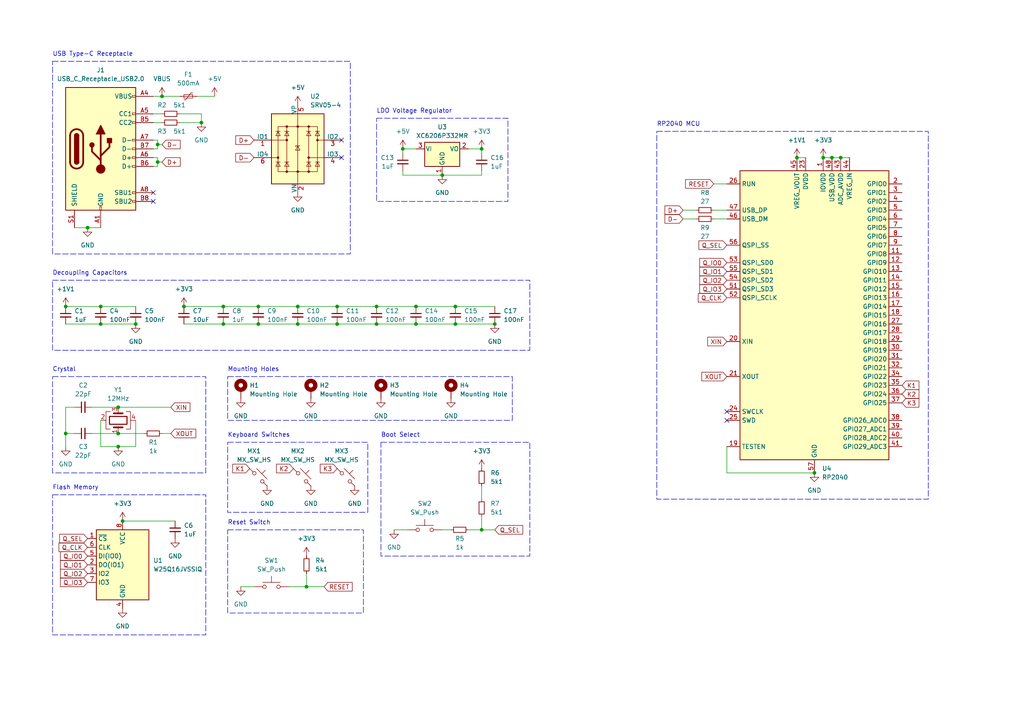
<source format=kicad_sch>
(kicad_sch (version 20230121) (generator eeschema)
  (paper "A4")
  (title_block (title "Minoripad") (date "2024-01-13") (rev "2"))
  (lib_symbols
    (symbol "Connector:USB_C_Receptacle_USB2.0" (pin_names (offset 1.016))
      (property "Reference" "J" (at -10.16 19.05 0))
      (property "Value" "USB_C_Receptacle_USB2.0" (at 19.05 19.05 0))
      (symbol "USB_C_Receptacle_USB2.0_0_0"
        (rectangle (start -0.254 -17.78) (end 0.254 -16.764))
        (rectangle (start 10.16 -14.986) (end 9.144 -15.494))
        (rectangle (start 10.16 -12.446) (end 9.144 -12.954))
        (rectangle (start 10.16 -4.826) (end 9.144 -5.334))
        (rectangle (start 10.16 -2.286) (end 9.144 -2.794))
        (rectangle (start 10.16 0.254) (end 9.144 -0.254))
        (rectangle (start 10.16 2.794) (end 9.144 2.286))
        (rectangle (start 10.16 7.874) (end 9.144 7.366))
        (rectangle (start 10.16 10.414) (end 9.144 9.906))
        (rectangle (start 10.16 15.494) (end 9.144 14.986))
      )
      (symbol "USB_C_Receptacle_USB2.0_0_1"
        (rectangle (start -10.16 17.78) (end 10.16 -17.78) (stroke (width 0.254)) (fill (type background)))
        (arc (start -8.89 -3.81) (mid -6.985 -5.7067) (end -5.08 -3.81) (stroke (width 0.508)))
        (arc (start -7.62 -3.81) (mid -6.985 -4.4423) (end -6.35 -3.81) (stroke (width 0.254)))
        (arc (start -7.62 -3.81) (mid -6.985 -4.4423) (end -6.35 -3.81) (stroke (width 0.254)) (fill (type outline)))
        (rectangle (start -7.62 -3.81) (end -6.35 3.81) (stroke (width 0.254)) (fill (type outline)))
        (arc (start -6.35 3.81) (mid -6.985 4.4423) (end -7.62 3.81) (stroke (width 0.254)))
        (arc (start -6.35 3.81) (mid -6.985 4.4423) (end -7.62 3.81) (stroke (width 0.254)) (fill (type outline)))
        (arc (start -5.08 3.81) (mid -6.985 5.7067) (end -8.89 3.81) (stroke (width 0.508)))
        (circle (center -2.54 1.143) (radius 0.635) (stroke (width 0.254)) (fill (type outline)))
        (circle (center 0 -5.842) (radius 1.27) (fill (type outline)))
        (polyline (pts (xy -8.89 -3.81) (xy -8.89 3.81)) (stroke (width 0.508)))
        (polyline (pts (xy -5.08 3.81) (xy -5.08 -3.81)) (stroke (width 0.508)))
        (polyline (pts (xy 0 -5.842) (xy 0 4.318)) (stroke (width 0.508)))
        (polyline (pts (xy 0 -3.302) (xy -2.54 -0.762) (xy -2.54 0.508)) (stroke (width 0.508)))
        (polyline (pts (xy 0 -2.032) (xy 2.54 0.508) (xy 2.54 1.778)) (stroke (width 0.508)))
        (polyline (pts (xy -1.27 4.318) (xy 0 6.858) (xy 1.27 4.318) (xy -1.27 4.318)) (stroke (width 0.254)) (fill (type outline)))
        (rectangle (start 1.905 1.778) (end 3.175 3.048) (stroke (width 0.254)) (fill (type outline)))
      )
      (symbol "USB_C_Receptacle_USB2.0_1_1"
        (pin passive line (at 0 -22.86 90) (length 5.08) (name "GND") (number "A1"))
        (pin passive line (at 0 -22.86 90) (length 5.08) hide (name "GND") (number "A12"))
        (pin passive line (at 15.24 15.24 180) (length 5.08) (name "VBUS") (number "A4"))
        (pin bidirectional line (at 15.24 10.16 180) (length 5.08) (name "CC1") (number "A5"))
        (pin bidirectional line (at 15.24 -2.54 180) (length 5.08) (name "D+") (number "A6"))
        (pin bidirectional line (at 15.24 2.54 180) (length 5.08) (name "D-") (number "A7"))
        (pin bidirectional line (at 15.24 -12.7 180) (length 5.08) (name "SBU1") (number "A8"))
        (pin passive line (at 15.24 15.24 180) (length 5.08) hide (name "VBUS") (number "A9"))
        (pin passive line (at 0 -22.86 90) (length 5.08) hide (name "GND") (number "B1"))
        (pin passive line (at 0 -22.86 90) (length 5.08) hide (name "GND") (number "B12"))
        (pin passive line (at 15.24 15.24 180) (length 5.08) hide (name "VBUS") (number "B4"))
        (pin bidirectional line (at 15.24 7.62 180) (length 5.08) (name "CC2") (number "B5"))
        (pin bidirectional line (at 15.24 -5.08 180) (length 5.08) (name "D+") (number "B6"))
        (pin bidirectional line (at 15.24 0 180) (length 5.08) (name "D-") (number "B7"))
        (pin bidirectional line (at 15.24 -15.24 180) (length 5.08) (name "SBU2") (number "B8"))
        (pin passive line (at 15.24 15.24 180) (length 5.08) hide (name "VBUS") (number "B9"))
        (pin passive line (at -7.62 -22.86 90) (length 5.08) (name "SHIELD") (number "S1"))
      )
    )
    (symbol "Device:C_Small" (pin_numbers hide) (pin_names (offset 0.254) hide)
      (property "Reference" "C" (at 0.254 1.778 0))
      (property "Value" "C_Small" (at 0.254 -2.032 0))
      (symbol "C_Small_0_1"
        (polyline (pts (xy -1.524 -0.508) (xy 1.524 -0.508)) (stroke (width 0.3302)))
        (polyline (pts (xy -1.524 0.508) (xy 1.524 0.508)) (stroke (width 0.3048)))
      )
      (symbol "C_Small_1_1"
        (pin passive line (at 0 2.54 270) (length 2.032) (name "~") (number "1"))
        (pin passive line (at 0 -2.54 90) (length 2.032) (name "~") (number "2"))
      )
    )
    (symbol "Device:Crystal_GND24" (pin_names (offset 1.016) hide)
      (property "Reference" "Y" (at 3.175 5.08 0))
      (property "Value" "Crystal_GND24" (at 3.175 3.175 0))
      (symbol "Crystal_GND24_0_1"
        (rectangle (start -1.143 2.54) (end 1.143 -2.54) (stroke (width 0.3048)))
        (polyline (pts (xy -2.54 0) (xy -2.032 0)))
        (polyline (pts (xy -2.032 -1.27) (xy -2.032 1.27)) (stroke (width 0.508)))
        (polyline (pts (xy 0 -3.81) (xy 0 -3.556)))
        (polyline (pts (xy 0 3.556) (xy 0 3.81)))
        (polyline (pts (xy 2.032 -1.27) (xy 2.032 1.27)) (stroke (width 0.508)))
        (polyline (pts (xy 2.032 0) (xy 2.54 0)))
        (polyline (pts (xy -2.54 -2.286) (xy -2.54 -3.556) (xy 2.54 -3.556) (xy 2.54 -2.286)))
        (polyline (pts (xy -2.54 2.286) (xy -2.54 3.556) (xy 2.54 3.556) (xy 2.54 2.286)))
      )
      (symbol "Crystal_GND24_1_1"
        (pin passive line (at -3.81 0 0) (length 1.27) (name "1") (number "1"))
        (pin passive line (at 0 5.08 270) (length 1.27) (name "2") (number "2"))
        (pin passive line (at 3.81 0 180) (length 1.27) (name "3") (number "3"))
        (pin passive line (at 0 -5.08 90) (length 1.27) (name "4") (number "4"))
      )
    )
    (symbol "Device:Polyfuse_Small" (pin_numbers hide) (pin_names (offset 0))
      (property "Reference" "F" (at -1.905 0 90))
      (property "Value" "Polyfuse_Small" (at 1.905 0 90))
      (symbol "Polyfuse_Small_0_1"
        (rectangle (start -0.508 1.27) (end 0.508 -1.27))
        (polyline (pts (xy 0 2.54) (xy 0 -2.54)))
        (polyline (pts (xy -1.016 1.27) (xy -1.016 0.762) (xy 1.016 -0.762) (xy 1.016 -1.27)))
      )
      (symbol "Polyfuse_Small_1_1"
        (pin passive line (at 0 2.54 270) (length 0.635) (name "~") (number "1"))
        (pin passive line (at 0 -2.54 90) (length 0.635) (name "~") (number "2"))
      )
    )
    (symbol "Device:R_Small" (pin_numbers hide) (pin_names (offset 0.254) hide)
      (property "Reference" "R" (at 0.762 0.508 0))
      (property "Value" "R_Small" (at 0.762 -1.016 0))
      (symbol "R_Small_0_1"
        (rectangle (start -0.762 1.778) (end 0.762 -1.778) (stroke (width 0.2032)))
      )
      (symbol "R_Small_1_1"
        (pin passive line (at 0 2.54 270) (length 0.762) (name "~") (number "1"))
        (pin passive line (at 0 -2.54 90) (length 0.762) (name "~") (number "2"))
      )
    )
    (symbol "MCU_RaspberryPi:RP2040"
      (property "Reference" "U" (at 17.78 45.72 0))
      (property "Value" "RP2040" (at 17.78 43.18 0))
      (symbol "RP2040_0_1"
        (rectangle (start -21.59 41.91) (end 21.59 -41.91) (stroke (width 0.254)) (fill (type background)))
      )
      (symbol "RP2040_1_1"
        (pin power_in line (at 2.54 45.72 270) (length 3.81) (name "IOVDD") (number "1"))
        (pin passive line (at 2.54 45.72 270) (length 3.81) hide (name "IOVDD") (number "10"))
        (pin bidirectional line (at 25.4 17.78 180) (length 3.81) (name "GPIO8") (number "11"))
        (pin bidirectional line (at 25.4 15.24 180) (length 3.81) (name "GPIO9") (number "12"))
        (pin bidirectional line (at 25.4 12.7 180) (length 3.81) (name "GPIO10") (number "13"))
        (pin bidirectional line (at 25.4 10.16 180) (length 3.81) (name "GPIO11") (number "14"))
        (pin bidirectional line (at 25.4 7.62 180) (length 3.81) (name "GPIO12") (number "15"))
        (pin bidirectional line (at 25.4 5.08 180) (length 3.81) (name "GPIO13") (number "16"))
        (pin bidirectional line (at 25.4 2.54 180) (length 3.81) (name "GPIO14") (number "17"))
        (pin bidirectional line (at 25.4 0 180) (length 3.81) (name "GPIO15") (number "18"))
        (pin input line (at -25.4 -38.1 0) (length 3.81) (name "TESTEN") (number "19"))
        (pin bidirectional line (at 25.4 38.1 180) (length 3.81) (name "GPIO0") (number "2"))
        (pin input line (at -25.4 -7.62 0) (length 3.81) (name "XIN") (number "20"))
        (pin passive line (at -25.4 -17.78 0) (length 3.81) (name "XOUT") (number "21"))
        (pin passive line (at 2.54 45.72 270) (length 3.81) hide (name "IOVDD") (number "22"))
        (pin power_in line (at -2.54 45.72 270) (length 3.81) (name "DVDD") (number "23"))
        (pin input line (at -25.4 -27.94 0) (length 3.81) (name "SWCLK") (number "24"))
        (pin bidirectional line (at -25.4 -30.48 0) (length 3.81) (name "SWD") (number "25"))
        (pin input line (at -25.4 38.1 0) (length 3.81) (name "RUN") (number "26"))
        (pin bidirectional line (at 25.4 -2.54 180) (length 3.81) (name "GPIO16") (number "27"))
        (pin bidirectional line (at 25.4 -5.08 180) (length 3.81) (name "GPIO17") (number "28"))
        (pin bidirectional line (at 25.4 -7.62 180) (length 3.81) (name "GPIO18") (number "29"))
        (pin bidirectional line (at 25.4 35.56 180) (length 3.81) (name "GPIO1") (number "3"))
        (pin bidirectional line (at 25.4 -10.16 180) (length 3.81) (name "GPIO19") (number "30"))
        (pin bidirectional line (at 25.4 -12.7 180) (length 3.81) (name "GPIO20") (number "31"))
        (pin bidirectional line (at 25.4 -15.24 180) (length 3.81) (name "GPIO21") (number "32"))
        (pin passive line (at 2.54 45.72 270) (length 3.81) hide (name "IOVDD") (number "33"))
        (pin bidirectional line (at 25.4 -17.78 180) (length 3.81) (name "GPIO22") (number "34"))
        (pin bidirectional line (at 25.4 -20.32 180) (length 3.81) (name "GPIO23") (number "35"))
        (pin bidirectional line (at 25.4 -22.86 180) (length 3.81) (name "GPIO24") (number "36"))
        (pin bidirectional line (at 25.4 -25.4 180) (length 3.81) (name "GPIO25") (number "37"))
        (pin bidirectional line (at 25.4 -30.48 180) (length 3.81) (name "GPIO26_ADC0") (number "38"))
        (pin bidirectional line (at 25.4 -33.02 180) (length 3.81) (name "GPIO27_ADC1") (number "39"))
        (pin bidirectional line (at 25.4 33.02 180) (length 3.81) (name "GPIO2") (number "4"))
        (pin bidirectional line (at 25.4 -35.56 180) (length 3.81) (name "GPIO28_ADC2") (number "40"))
        (pin bidirectional line (at 25.4 -38.1 180) (length 3.81) (name "GPIO29_ADC3") (number "41"))
        (pin passive line (at 2.54 45.72 270) (length 3.81) hide (name "IOVDD") (number "42"))
        (pin power_in line (at 7.62 45.72 270) (length 3.81) (name "ADC_AVDD") (number "43"))
        (pin power_in line (at 10.16 45.72 270) (length 3.81) (name "VREG_IN") (number "44"))
        (pin power_out line (at -5.08 45.72 270) (length 3.81) (name "VREG_VOUT") (number "45"))
        (pin bidirectional line (at -25.4 27.94 0) (length 3.81) (name "USB_DM") (number "46"))
        (pin bidirectional line (at -25.4 30.48 0) (length 3.81) (name "USB_DP") (number "47"))
        (pin power_in line (at 5.08 45.72 270) (length 3.81) (name "USB_VDD") (number "48"))
        (pin passive line (at 2.54 45.72 270) (length 3.81) hide (name "IOVDD") (number "49"))
        (pin bidirectional line (at 25.4 30.48 180) (length 3.81) (name "GPIO3") (number "5"))
        (pin passive line (at -2.54 45.72 270) (length 3.81) hide (name "DVDD") (number "50"))
        (pin bidirectional line (at -25.4 7.62 0) (length 3.81) (name "QSPI_SD3") (number "51"))
        (pin output line (at -25.4 5.08 0) (length 3.81) (name "QSPI_SCLK") (number "52"))
        (pin bidirectional line (at -25.4 15.24 0) (length 3.81) (name "QSPI_SD0") (number "53"))
        (pin bidirectional line (at -25.4 10.16 0) (length 3.81) (name "QSPI_SD2") (number "54"))
        (pin bidirectional line (at -25.4 12.7 0) (length 3.81) (name "QSPI_SD1") (number "55"))
        (pin bidirectional line (at -25.4 20.32 0) (length 3.81) (name "QSPI_SS") (number "56"))
        (pin power_in line (at 0 -45.72 90) (length 3.81) (name "GND") (number "57"))
        (pin bidirectional line (at 25.4 27.94 180) (length 3.81) (name "GPIO4") (number "6"))
        (pin bidirectional line (at 25.4 25.4 180) (length 3.81) (name "GPIO5") (number "7"))
        (pin bidirectional line (at 25.4 22.86 180) (length 3.81) (name "GPIO6") (number "8"))
        (pin bidirectional line (at 25.4 20.32 180) (length 3.81) (name "GPIO7") (number "9"))
      )
    )
    (symbol "Mechanical:MountingHole_Pad" (pin_numbers hide) (pin_names (offset 1.016) hide)
      (property "Reference" "H" (at 0 6.35 0))
      (property "Value" "MountingHole_Pad" (at 0 4.445 0))
      (symbol "MountingHole_Pad_0_1"
        (circle (center 0 1.27) (radius 1.27) (stroke (width 1.27)))
      )
      (symbol "MountingHole_Pad_1_1"
        (pin input line (at 0 -2.54 90) (length 2.54) (name "1") (number "1"))
      )
    )
    (symbol "Memory_Flash:W25Q128JVS"
      (property "Reference" "U" (at -8.89 8.89 0))
      (property "Value" "W25Q128JVS" (at 7.62 8.89 0))
      (symbol "W25Q128JVS_0_1"
        (rectangle (start -7.62 10.16) (end 7.62 -10.16) (stroke (width 0.254)) (fill (type background)))
      )
      (symbol "W25Q128JVS_1_1"
        (pin input line (at -10.16 7.62 0) (length 2.54) (name "~{CS}") (number "1"))
        (pin bidirectional line (at -10.16 0 0) (length 2.54) (name "DO(IO1)") (number "2"))
        (pin bidirectional line (at -10.16 -2.54 0) (length 2.54) (name "IO2") (number "3"))
        (pin power_in line (at 0 -12.7 90) (length 2.54) (name "GND") (number "4"))
        (pin bidirectional line (at -10.16 2.54 0) (length 2.54) (name "DI(IO0)") (number "5"))
        (pin input line (at -10.16 5.08 0) (length 2.54) (name "CLK") (number "6"))
        (pin bidirectional line (at -10.16 -5.08 0) (length 2.54) (name "IO3") (number "7"))
        (pin power_in line (at 0 12.7 270) (length 2.54) (name "VCC") (number "8"))
      )
    )
    (symbol "PCM_marbastlib-mx:MX_SW_HS" (pin_numbers hide) (pin_names (offset 1.016) hide)
      (property "Reference" "MX" (at 3.048 1.016 0))
      (property "Value" "MX_SW_HS" (at 0 -3.81 0))
      (symbol "MX_SW_HS_0_1"
        (circle (center -1.1684 1.1684) (radius 0.508))
        (polyline (pts (xy -0.508 2.54) (xy 2.54 -0.508)))
        (polyline (pts (xy 1.016 1.016) (xy 2.032 2.032)))
        (polyline (pts (xy -2.54 2.54) (xy -1.524 1.524) (xy -1.524 1.524)))
        (polyline (pts (xy 1.524 -1.524) (xy 2.54 -2.54) (xy 2.54 -2.54) (xy 2.54 -2.54)))
        (circle (center 1.143 -1.1938) (radius 0.508))
        (pin passive line (at -2.54 2.54 0) (length 0) (name "1") (number "1"))
        (pin passive line (at 2.54 -2.54 180) (length 0) (name "2") (number "2"))
      )
    )
    (symbol "PCM_marbastlib-various:SRV05-4" (pin_names (offset 0))
      (property "Reference" "U" (at -5.08 11.43 0))
      (property "Value" "SRV05-4" (at 2.54 11.43 0))
      (symbol "SRV05-4_0_0"
        (rectangle (start -5.715 6.477) (end 5.715 -6.604))
        (polyline (pts (xy -3.175 -6.604) (xy -3.175 6.477)))
        (polyline (pts (xy 3.175 6.477) (xy 3.175 -6.604)))
      )
      (symbol "SRV05-4_0_1"
        (rectangle (start -7.62 10.16) (end 7.62 -10.16) (stroke (width 0.254)) (fill (type background)))
        (circle (center -5.715 -2.54) (radius 0.2794) (fill (type outline)))
        (circle (center -3.175 -6.604) (radius 0.2794) (fill (type outline)))
        (circle (center -3.175 2.54) (radius 0.2794) (fill (type outline)))
        (circle (center -3.175 6.477) (radius 0.2794) (fill (type outline)))
        (circle (center 0 -6.604) (radius 0.2794) (fill (type outline)))
        (polyline (pts (xy -7.747 2.54) (xy -3.175 2.54)))
        (polyline (pts (xy -7.62 -2.54) (xy -5.715 -2.54)))
        (polyline (pts (xy -5.08 -3.81) (xy -6.35 -3.81)))
        (polyline (pts (xy -5.08 5.08) (xy -6.35 5.08)))
        (polyline (pts (xy -2.54 -3.81) (xy -3.81 -3.81)))
        (polyline (pts (xy -2.54 5.08) (xy -3.81 5.08)))
        (polyline (pts (xy 0 10.16) (xy 0 -10.16)))
        (polyline (pts (xy 3.81 -3.81) (xy 2.54 -3.81)))
        (polyline (pts (xy 3.81 5.08) (xy 2.54 5.08)))
        (polyline (pts (xy 6.35 -3.81) (xy 5.08 -3.81)))
        (polyline (pts (xy 6.35 5.08) (xy 5.08 5.08)))
        (polyline (pts (xy 7.62 -2.54) (xy 3.175 -2.54)))
        (polyline (pts (xy 7.62 2.54) (xy 5.715 2.54)))
        (polyline (pts (xy 0.635 0.889) (xy -0.635 0.889) (xy -0.635 0.635)))
        (polyline (pts (xy -5.08 -5.08) (xy -6.35 -5.08) (xy -5.715 -3.81) (xy -5.08 -5.08)))
        (polyline (pts (xy -5.08 3.81) (xy -6.35 3.81) (xy -5.715 5.08) (xy -5.08 3.81)))
        (polyline (pts (xy -2.54 -5.08) (xy -3.81 -5.08) (xy -3.175 -3.81) (xy -2.54 -5.08)))
        (polyline (pts (xy -2.54 3.81) (xy -3.81 3.81) (xy -3.175 5.08) (xy -2.54 3.81)))
        (polyline (pts (xy 0.635 -0.381) (xy -0.635 -0.381) (xy 0 0.889) (xy 0.635 -0.381)))
        (polyline (pts (xy 3.81 -5.08) (xy 2.54 -5.08) (xy 3.175 -3.81) (xy 3.81 -5.08)))
        (polyline (pts (xy 3.81 3.81) (xy 2.54 3.81) (xy 3.175 5.08) (xy 3.81 3.81)))
        (polyline (pts (xy 6.35 -5.08) (xy 5.08 -5.08) (xy 5.715 -3.81) (xy 6.35 -5.08)))
        (polyline (pts (xy 6.35 3.81) (xy 5.08 3.81) (xy 5.715 5.08) (xy 6.35 3.81)))
        (circle (center 0 6.477) (radius 0.2794) (fill (type outline)))
        (circle (center 3.175 -6.604) (radius 0.2794) (fill (type outline)))
        (circle (center 3.175 -2.54) (radius 0.2794) (fill (type outline)))
        (circle (center 3.175 6.477) (radius 0.2794) (fill (type outline)))
        (circle (center 5.715 2.54) (radius 0.2794) (fill (type outline)))
      )
      (symbol "SRV05-4_1_1"
        (pin passive line (at -12.7 2.54 0) (length 5.08) (name "IO1") (number "1"))
        (pin passive line (at 0 -12.7 90) (length 2.54) (name "VN") (number "2"))
        (pin passive line (at 12.7 2.54 180) (length 5.08) (name "IO2") (number "3"))
        (pin passive line (at 12.7 -2.54 180) (length 5.08) (name "IO3") (number "4"))
        (pin passive line (at 0 12.7 270) (length 2.54) (name "VP") (number "5"))
        (pin passive line (at -12.7 -2.54 0) (length 5.08) (name "IO4") (number "6"))
      )
    )
    (symbol "Regulator_Linear:XC6206PxxxMR" (pin_names (offset 0.254))
      (property "Reference" "U" (at -3.81 3.175 0))
      (property "Value" "XC6206PxxxMR" (at 0 3.175 0))
      (symbol "XC6206PxxxMR_0_1"
        (rectangle (start -5.08 1.905) (end 5.08 -5.08) (stroke (width 0.254)) (fill (type background)))
      )
      (symbol "XC6206PxxxMR_1_1"
        (pin power_in line (at 0 -7.62 90) (length 2.54) (name "GND") (number "1"))
        (pin power_out line (at 7.62 0 180) (length 2.54) (name "VO") (number "2"))
        (pin power_in line (at -7.62 0 0) (length 2.54) (name "VI") (number "3"))
      )
    )
    (symbol "Switch:SW_Push" (pin_numbers hide) (pin_names (offset 1.016) hide)
      (property "Reference" "SW" (at 1.27 2.54 0))
      (property "Value" "SW_Push" (at 0 -1.524 0))
      (symbol "SW_Push_0_1"
        (circle (center -2.032 0) (radius 0.508))
        (polyline (pts (xy 0 1.27) (xy 0 3.048)))
        (polyline (pts (xy 2.54 1.27) (xy -2.54 1.27)))
        (circle (center 2.032 0) (radius 0.508))
        (pin passive line (at -5.08 0 0) (length 2.54) (name "1") (number "1"))
        (pin passive line (at 5.08 0 180) (length 2.54) (name "2") (number "2"))
      )
    )
    (symbol "power:+1V1" (power) (pin_names (offset 0))
      (property "Value" "+1V1" (at 0 3.556 0))
      (symbol "+1V1_0_1"
        (polyline (pts (xy -0.762 1.27) (xy 0 2.54)))
        (polyline (pts (xy 0 0) (xy 0 2.54)))
        (polyline (pts (xy 0 2.54) (xy 0.762 1.27)))
      )
      (symbol "+1V1_1_1"
        (pin power_in line (at 0 0 90) (length 0) hide (name "+1V1") (number "1"))
      )
    )
    (symbol "power:+3V3" (power) (pin_names (offset 0))
      (property "Value" "+3V3" (at 0 3.556 0))
      (symbol "+3V3_0_1"
        (polyline (pts (xy -0.762 1.27) (xy 0 2.54)))
        (polyline (pts (xy 0 0) (xy 0 2.54)))
        (polyline (pts (xy 0 2.54) (xy 0.762 1.27)))
      )
      (symbol "+3V3_1_1"
        (pin power_in line (at 0 0 90) (length 0) hide (name "+3V3") (number "1"))
      )
    )
    (symbol "power:+5V" (power) (pin_names (offset 0))
      (property "Value" "+5V" (at 0 3.556 0))
      (symbol "+5V_0_1"
        (polyline (pts (xy -0.762 1.27) (xy 0 2.54)))
        (polyline (pts (xy 0 0) (xy 0 2.54)))
        (polyline (pts (xy 0 2.54) (xy 0.762 1.27)))
      )
      (symbol "+5V_1_1"
        (pin power_in line (at 0 0 90) (length 0) hide (name "+5V") (number "1"))
      )
    )
    (symbol "power:GND" (power) (pin_names (offset 0))
      (property "Value" "GND" (at 0 -3.81 0))
      (symbol "GND_0_1"
        (polyline (pts (xy 0 0) (xy 0 -1.27) (xy 1.27 -1.27) (xy 0 -2.54) (xy -1.27 -1.27) (xy 0 -1.27)))
      )
      (symbol "GND_1_1"
        (pin power_in line (at 0 0 270) (length 0) hide (name "GND") (number "1"))
      )
    )
    (symbol "power:VBUS" (power) (pin_names (offset 0))
      (property "Value" "VBUS" (at 0 3.81 0))
      (symbol "VBUS_0_1"
        (polyline (pts (xy -0.762 1.27) (xy 0 2.54)))
        (polyline (pts (xy 0 0) (xy 0 2.54)))
        (polyline (pts (xy 0 2.54) (xy 0.762 1.27)))
      )
      (symbol "VBUS_1_1"
        (pin power_in line (at 0 0 90) (length 0) hide (name "VBUS") (number "1"))
      )
    )
  )
  (junction (at 109.22 88.9))
  (junction (at 86.36 93.98))
  (junction (at 45.72 46.99))
  (junction (at 109.22 93.98))
  (junction (at 46.99 27.94))
  (junction (at 128.27 50.8))
  (junction (at 116.84 43.18))
  (junction (at 132.08 93.98))
  (junction (at 58.42 35.56))
  (junction (at 34.29 129.54))
  (junction (at 74.93 93.98))
  (junction (at 25.4 66.04))
  (junction (at 74.93 88.9))
  (junction (at 231.14 45.72))
  (junction (at 241.3 45.72))
  (junction (at 53.34 88.9))
  (junction (at 139.7 153.67))
  (junction (at 29.21 93.98))
  (junction (at 88.9 170.18))
  (junction (at 64.77 88.9))
  (junction (at 45.72 41.91))
  (junction (at 64.77 93.98))
  (junction (at 35.56 151.13))
  (junction (at 39.37 93.98))
  (junction (at 86.36 88.9))
  (junction (at 243.84 45.72))
  (junction (at 34.29 118.11))
  (junction (at 120.65 93.98))
  (junction (at 97.79 88.9))
  (junction (at 238.76 45.72))
  (junction (at 29.21 88.9))
  (junction (at 19.05 88.9))
  (junction (at 19.05 125.73))
  (junction (at 143.51 93.98))
  (junction (at 132.08 88.9))
  (junction (at 139.7 43.18))
  (junction (at 120.65 88.9))
  (junction (at 236.22 137.16))
  (junction (at 34.29 125.73))
  (junction (at 97.79 93.98))
  (no_connect (at 99.06 40.64))
  (no_connect (at 210.82 119.38))
  (no_connect (at 99.06 45.72))
  (no_connect (at 44.45 55.88))
  (no_connect (at 44.45 58.42))
  (no_connect (at 210.82 121.92))
  (wire (pts (xy 120.65 88.9) (xy 132.08 88.9)))
  (wire (pts (xy 198.12 60.96) (xy 201.93 60.96)))
  (wire (pts (xy 52.07 33.02) (xy 58.42 33.02)))
  (wire (pts (xy 97.79 88.9) (xy 109.22 88.9)))
  (wire (pts (xy 44.45 40.64) (xy 45.72 40.64)))
  (wire (pts (xy 39.37 129.54) (xy 34.29 129.54)))
  (wire (pts (xy 34.29 125.73) (xy 41.91 125.73)))
  (wire (pts (xy 35.56 151.13) (xy 50.8 151.13)))
  (wire (pts (xy 19.05 93.98) (xy 29.21 93.98)))
  (wire (pts (xy 53.34 93.98) (xy 64.77 93.98)))
  (wire (pts (xy 57.15 27.94) (xy 62.23 27.94)))
  (wire (pts (xy 210.82 137.16) (xy 236.22 137.16)))
  (wire (pts (xy 29.21 129.54) (xy 34.29 129.54)))
  (wire (pts (xy 46.99 33.02) (xy 44.45 33.02)))
  (wire (pts (xy 21.59 66.04) (xy 25.4 66.04)))
  (wire (pts (xy 88.9 166.37) (xy 88.9 170.18)))
  (wire (pts (xy 64.77 88.9) (xy 74.93 88.9)))
  (wire (pts (xy 44.45 43.18) (xy 45.72 43.18)))
  (wire (pts (xy 128.27 50.8) (xy 139.7 50.8)))
  (wire (pts (xy 19.05 88.9) (xy 29.21 88.9)))
  (wire (pts (xy 86.36 93.98) (xy 97.79 93.98)))
  (wire (pts (xy 46.99 27.94) (xy 44.45 27.94)))
  (wire (pts (xy 45.72 40.64) (xy 45.72 41.91)))
  (wire (pts (xy 52.07 27.94) (xy 46.99 27.94)))
  (wire (pts (xy 45.72 45.72) (xy 45.72 46.99)))
  (wire (pts (xy 44.45 35.56) (xy 46.99 35.56)))
  (wire (pts (xy 241.3 45.72) (xy 243.84 45.72)))
  (wire (pts (xy 29.21 93.98) (xy 39.37 93.98)))
  (wire (pts (xy 116.84 43.18) (xy 116.84 44.45)))
  (wire (pts (xy 238.76 45.72) (xy 241.3 45.72)))
  (wire (pts (xy 64.77 93.98) (xy 74.93 93.98)))
  (wire (pts (xy 116.84 49.53) (xy 116.84 50.8)))
  (wire (pts (xy 207.01 53.34) (xy 210.82 53.34)))
  (wire (pts (xy 132.08 93.98) (xy 143.51 93.98)))
  (wire (pts (xy 19.05 125.73) (xy 19.05 129.54)))
  (wire (pts (xy 26.67 118.11) (xy 34.29 118.11)))
  (wire (pts (xy 128.27 153.67) (xy 130.81 153.67)))
  (wire (pts (xy 231.14 45.72) (xy 233.68 45.72)))
  (wire (pts (xy 34.29 118.11) (xy 49.53 118.11)))
  (wire (pts (xy 88.9 170.18) (xy 93.98 170.18)))
  (wire (pts (xy 44.45 48.26) (xy 45.72 48.26)))
  (wire (pts (xy 46.99 125.73) (xy 49.53 125.73)))
  (wire (pts (xy 45.72 48.26) (xy 45.72 46.99)))
  (wire (pts (xy 116.84 43.18) (xy 120.65 43.18)))
  (wire (pts (xy 69.85 170.18) (xy 73.66 170.18)))
  (wire (pts (xy 45.72 41.91) (xy 46.99 41.91)))
  (wire (pts (xy 135.89 43.18) (xy 139.7 43.18)))
  (wire (pts (xy 198.12 63.5) (xy 201.93 63.5)))
  (wire (pts (xy 44.45 45.72) (xy 45.72 45.72)))
  (wire (pts (xy 29.21 121.92) (xy 29.21 129.54)))
  (wire (pts (xy 132.08 88.9) (xy 143.51 88.9)))
  (wire (pts (xy 97.79 93.98) (xy 109.22 93.98)))
  (wire (pts (xy 243.84 45.72) (xy 246.38 45.72)))
  (wire (pts (xy 58.42 33.02) (xy 58.42 35.56)))
  (wire (pts (xy 139.7 49.53) (xy 139.7 50.8)))
  (wire (pts (xy 109.22 93.98) (xy 120.65 93.98)))
  (wire (pts (xy 139.7 43.18) (xy 139.7 44.45)))
  (wire (pts (xy 86.36 88.9) (xy 97.79 88.9)))
  (wire (pts (xy 120.65 93.98) (xy 132.08 93.98)))
  (wire (pts (xy 207.01 63.5) (xy 210.82 63.5)))
  (wire (pts (xy 29.21 88.9) (xy 39.37 88.9)))
  (wire (pts (xy 19.05 118.11) (xy 19.05 125.73)))
  (wire (pts (xy 114.3 153.67) (xy 118.11 153.67)))
  (wire (pts (xy 116.84 50.8) (xy 128.27 50.8)))
  (wire (pts (xy 21.59 118.11) (xy 19.05 118.11)))
  (wire (pts (xy 74.93 88.9) (xy 86.36 88.9)))
  (wire (pts (xy 45.72 43.18) (xy 45.72 41.91)))
  (wire (pts (xy 139.7 140.97) (xy 139.7 144.78)))
  (wire (pts (xy 53.34 88.9) (xy 64.77 88.9)))
  (wire (pts (xy 25.4 66.04) (xy 29.21 66.04)))
  (wire (pts (xy 207.01 60.96) (xy 210.82 60.96)))
  (wire (pts (xy 139.7 153.67) (xy 143.51 153.67)))
  (wire (pts (xy 139.7 149.86) (xy 139.7 153.67)))
  (wire (pts (xy 52.07 35.56) (xy 58.42 35.56)))
  (wire (pts (xy 210.82 129.54) (xy 210.82 137.16)))
  (wire (pts (xy 74.93 93.98) (xy 86.36 93.98)))
  (wire (pts (xy 109.22 88.9) (xy 120.65 88.9)))
  (wire (pts (xy 39.37 121.92) (xy 39.37 129.54)))
  (wire (pts (xy 135.89 153.67) (xy 139.7 153.67)))
  (wire (pts (xy 83.82 170.18) (xy 88.9 170.18)))
  (wire (pts (xy 19.05 125.73) (xy 21.59 125.73)))
  (wire (pts (xy 26.67 125.73) (xy 34.29 125.73)))
  (wire (pts (xy 45.72 46.99) (xy 46.99 46.99)))
  (rectangle (start 109.22 34.29) (end 147.32 58.42) (stroke (width 0) (type dash)))
  (rectangle (start 15.24 81.28) (end 153.67 101.6) (stroke (width 0) (type dash)))
  (rectangle (start 66.04 128.27) (end 106.68 148.59) (stroke (width 0) (type dash)))
  (rectangle (start 110.49 128.27) (end 153.67 161.29) (stroke (width 0) (type dash)))
  (rectangle (start 15.24 143.51) (end 59.69 184.15) (stroke (width 0) (type dash)))
  (rectangle (start 66.04 109.22) (end 148.59 121.92) (stroke (width 0) (type dash)))
  (rectangle (start 66.04 153.67) (end 105.41 177.8) (stroke (width 0) (type dash)))
  (rectangle (start 190.5 38.1) (end 269.24 144.78) (stroke (width 0) (type dash)))
  (rectangle (start 15.24 109.22) (end 59.69 137.16) (stroke (width 0) (type dash)))
  (rectangle (start 15.24 17.78) (end 101.6 73.66) (stroke (width 0) (type dash)))
  (text "USB Type-C Receptacle" (at 15.24 16.51 0) (effects (font (size 1.27 1.27)) (justify left bottom)))
  (text "Decoupling Capacitors" (at 15.24 80.01 0) (effects (font (size 1.27 1.27)) (justify left bottom)))
  (text "Mounting Holes" (at 66.04 107.95 0) (effects (font (size 1.27 1.27)) (justify left bottom)))
  (text "Reset Switch" (at 66.04 152.4 0) (effects (font (size 1.27 1.27)) (justify left bottom)))
  (text "Boot Select" (at 110.49 127 0) (effects (font (size 1.27 1.27)) (justify left bottom)))
  (text "Keyboard Switches" (at 66.04 127 0) (effects (font (size 1.27 1.27)) (justify left bottom)))
  (text "Flash Memory" (at 15.24 142.24 0) (effects (font (size 1.27 1.27)) (justify left bottom)))
  (text "LDO Voltage Regulator" (at 109.22 33.02 0) (effects (font (size 1.27 1.27)) (justify left bottom)))
  (text "Crystal" (at 15.24 107.95 0) (effects (font (size 1.27 1.27)) (justify left bottom)))
  (text "RP2040 MCU" (at 190.5 36.83 0) (effects (font (size 1.27 1.27)) (justify left bottom)))
  (global_label "Q_IO0" (shape input) (at 210.82 76.2 180) (property "Intersheetrefs" "${INTERSHEET_REFS}" (effects hide)))
  (global_label "D+" (shape input) (at 198.12 60.96 180) (property "Intersheetrefs" "${INTERSHEET_REFS}" (effects hide)))
  (global_label "K2" (shape input) (at 85.09 135.89 180) (property "Intersheetrefs" "${INTERSHEET_REFS}" (effects hide)))
  (global_label "K3" (shape input) (at 97.79 135.89 180) (property "Intersheetrefs" "${INTERSHEET_REFS}" (effects hide)))
  (global_label "D-" (shape input) (at 46.99 41.91 0) (property "Intersheetrefs" "${INTERSHEET_REFS}" (effects hide)))
  (global_label "Q_IO1" (shape input) (at 25.4 163.83 180) (property "Intersheetrefs" "${INTERSHEET_REFS}" (effects hide)))
  (global_label "XOUT" (shape input) (at 49.53 125.73 0) (property "Intersheetrefs" "${INTERSHEET_REFS}" (effects hide)))
  (global_label "D+" (shape input) (at 46.99 46.99 0) (property "Intersheetrefs" "${INTERSHEET_REFS}" (effects hide)))
  (global_label "Q_IO3" (shape input) (at 25.4 168.91 180) (property "Intersheetrefs" "${INTERSHEET_REFS}" (effects hide)))
  (global_label "K2" (shape input) (at 261.62 114.3 0) (property "Intersheetrefs" "${INTERSHEET_REFS}" (effects hide)))
  (global_label "RESET" (shape input) (at 207.01 53.34 180) (property "Intersheetrefs" "${INTERSHEET_REFS}" (effects hide)))
  (global_label "D-" (shape input) (at 73.66 45.72 180) (property "Intersheetrefs" "${INTERSHEET_REFS}" (effects hide)))
  (global_label "K1" (shape input) (at 261.62 111.76 0) (property "Intersheetrefs" "${INTERSHEET_REFS}" (effects hide)))
  (global_label "K1" (shape input) (at 72.39 135.89 180) (property "Intersheetrefs" "${INTERSHEET_REFS}" (effects hide)))
  (global_label "Q_IO1" (shape input) (at 210.82 78.74 180) (property "Intersheetrefs" "${INTERSHEET_REFS}" (effects hide)))
  (global_label "D-" (shape input) (at 198.12 63.5 180) (property "Intersheetrefs" "${INTERSHEET_REFS}" (effects hide)))
  (global_label "Q_IO0" (shape input) (at 25.4 161.29 180) (property "Intersheetrefs" "${INTERSHEET_REFS}" (effects hide)))
  (global_label "Q_SEL" (shape input) (at 25.4 156.21 180) (property "Intersheetrefs" "${INTERSHEET_REFS}" (effects hide)))
  (global_label "XIN" (shape input) (at 210.82 99.06 180) (property "Intersheetrefs" "${INTERSHEET_REFS}" (effects hide)))
  (global_label "XOUT" (shape input) (at 210.82 109.22 180) (property "Intersheetrefs" "${INTERSHEET_REFS}" (effects hide)))
  (global_label "Q_SEL" (shape input) (at 210.82 71.12 180) (property "Intersheetrefs" "${INTERSHEET_REFS}" (effects hide)))
  (global_label "Q_IO2" (shape input) (at 210.82 81.28 180) (property "Intersheetrefs" "${INTERSHEET_REFS}" (effects hide)))
  (global_label "K3" (shape input) (at 261.62 116.84 0) (property "Intersheetrefs" "${INTERSHEET_REFS}" (effects hide)))
  (global_label "Q_SEL" (shape input) (at 143.51 153.67 0) (property "Intersheetrefs" "${INTERSHEET_REFS}" (effects hide)))
  (global_label "Q_IO2" (shape input) (at 25.4 166.37 180) (property "Intersheetrefs" "${INTERSHEET_REFS}" (effects hide)))
  (global_label "RESET" (shape input) (at 93.98 170.18 0) (property "Intersheetrefs" "${INTERSHEET_REFS}" (effects hide)))
  (global_label "XIN" (shape input) (at 49.53 118.11 0) (property "Intersheetrefs" "${INTERSHEET_REFS}" (effects hide)))
  (global_label "D+" (shape input) (at 73.66 40.64 180) (property "Intersheetrefs" "${INTERSHEET_REFS}" (effects hide)))
  (global_label "Q_IO3" (shape input) (at 210.82 83.82 180) (property "Intersheetrefs" "${INTERSHEET_REFS}" (effects hide)))
  (global_label "Q_CLK" (shape input) (at 25.4 158.75 180) (property "Intersheetrefs" "${INTERSHEET_REFS}" (effects hide)))
  (global_label "Q_CLK" (shape input) (at 210.82 86.36 180) (property "Intersheetrefs" "${INTERSHEET_REFS}" (effects hide)))
  (symbol (lib_id "Device:R_Small") (at 139.7 147.32 0) (unit 1)
    (property "Reference" "R7" (at 142.24 146.05 0) (effects (justify left)))
    (property "Value" "5k1" (at 142.24 148.59 0) (effects (justify left)))
    (property "Footprint" "Resistor_SMD:R_0402_1005Metric" (effects hide))
    (property "LCSC" "C25905" (effects hide))
  )
  (symbol (lib_id "Device:R_Small") (at 204.47 60.96 90) (unit 1)
    (property "Reference" "R8" (at 204.47 55.88 90))
    (property "Value" "27" (at 204.47 58.42 90))
    (property "Footprint" "Resistor_SMD:R_0402_1005Metric" (effects hide))
    (property "LCSC" "C25100" (effects hide))
  )
  (symbol (lib_id "power:GND") (at 77.47 140.97 0) (unit 1)
    (property "Reference" "#PWR015" (effects hide))
    (property "Value" "GND" (at 77.47 146.05 0))
  )
  (symbol (lib_id "Device:R_Small") (at 44.45 125.73 90) (unit 1)
    (property "Reference" "R1" (at 44.45 128.27 90))
    (property "Value" "1k" (at 44.45 130.81 90))
    (property "Footprint" "Resistor_SMD:R_0402_1005Metric" (effects hide))
    (property "LCSC" "C11702" (effects hide))
  )
  (symbol (lib_id "power:GND") (at 90.17 115.57 0) (unit 1)
    (property "Reference" "#PWR019" (effects hide))
    (property "Value" "GND" (at 90.17 120.65 0))
  )
  (symbol (lib_id "power:GND") (at 50.8 156.21 0) (unit 1)
    (property "Reference" "#PWR09" (effects hide))
    (property "Value" "GND" (at 50.8 161.29 0))
  )
  (symbol (lib_id "power:+5V") (at 86.36 30.48 0) (unit 1)
    (property "Reference" "#PWR016" (effects hide))
    (property "Value" "+5V" (at 86.36 25.4 0))
  )
  (symbol (lib_id "power:GND") (at 58.42 35.56 0) (unit 1)
    (property "Reference" "#PWR011" (effects hide))
    (property "Value" "GND" (at 58.42 40.64 0))
  )
  (symbol (lib_id "power:+5V") (at 62.23 27.94 0) (unit 1)
    (property "Reference" "#PWR012" (effects hide))
    (property "Value" "+5V" (at 62.23 22.86 0))
  )
  (symbol (lib_id "power:+1V1") (at 231.14 45.72 0) (unit 1)
    (property "Reference" "#PWR030" (effects hide))
    (property "Value" "+1V1" (at 231.14 40.64 0))
  )
  (symbol (lib_id "Regulator_Linear:XC6206PxxxMR") (at 128.27 43.18 0) (unit 1)
    (property "Reference" "U3" (at 128.27 36.83 0))
    (property "Value" "XC6206P332MR" (at 128.27 39.37 0))
    (property "Footprint" "Package_TO_SOT_SMD:SOT-23-3" (effects hide))
    (property "Datasheet" "https://www.torexsemi.com/file/xc6206/XC6206.pdf" (effects hide))
    (property "LCSC" "C5446" (effects hide))
  )
  (symbol (lib_id "power:GND") (at 128.27 50.8 0) (unit 1)
    (property "Reference" "#PWR025" (effects hide))
    (property "Value" "GND" (at 128.27 55.88 0))
  )
  (symbol (lib_id "Device:C_Small") (at 74.93 91.44 0) (unit 1)
    (property "Reference" "C9" (at 77.47 90.1763 0) (effects (justify left)))
    (property "Value" "100nF" (at 77.47 92.7163 0) (effects (justify left)))
    (property "Footprint" "Capacitor_SMD:C_0402_1005Metric" (effects hide))
    (property "LCSC" "C1525" (effects hide))
  )
  (symbol (lib_id "Device:Crystal_GND24") (at 34.29 121.92 90) (unit 1)
    (property "Reference" "Y1" (at 34.29 113.03 90))
    (property "Value" "12MHz" (at 34.29 115.57 90))
    (property "Footprint" "Crystal:Crystal_SMD_3225-4Pin_3.2x2.5mm" (effects hide))
    (property "LCSC" "C9002" (effects hide))
  )
  (symbol (lib_id "power:GND") (at 34.29 129.54 0) (unit 1)
    (property "Reference" "#PWR04" (effects hide))
    (property "Value" "GND" (at 34.29 134.62 0))
  )
  (symbol (lib_id "Switch:SW_Push") (at 123.19 153.67 0) (unit 1)
    (property "Reference" "SW2" (at 123.19 146.05 0))
    (property "Value" "SW_Push" (at 123.19 148.59 0))
    (property "Footprint" "Button_Switch_SMD:SW_SPST_TL3342" (effects hide))
    (property "LCSC" "C318884" (effects hide))
  )
  (symbol (lib_id "power:GND") (at 143.51 93.98 0) (unit 1)
    (property "Reference" "#PWR029" (effects hide))
    (property "Value" "GND" (at 143.51 99.06 0))
  )
  (symbol (lib_id "power:+3V3") (at 139.7 43.18 0) (unit 1)
    (property "Reference" "#PWR027" (effects hide))
    (property "Value" "+3V3" (at 139.7 38.1 0))
  )
  (symbol (lib_id "Device:C_Small") (at 132.08 91.44 0) (unit 1)
    (property "Reference" "C15" (at 134.62 90.1763 0) (effects (justify left)))
    (property "Value" "100nF" (at 134.62 92.7163 0) (effects (justify left)))
    (property "Footprint" "Capacitor_SMD:C_0402_1005Metric" (effects hide))
    (property "LCSC" "C1525" (effects hide))
  )
  (symbol (lib_id "Device:R_Small") (at 88.9 163.83 0) (unit 1)
    (property "Reference" "R4" (at 91.44 162.56 0) (effects (justify left)))
    (property "Value" "5k1" (at 91.44 165.1 0) (effects (justify left)))
    (property "Footprint" "Resistor_SMD:R_0402_1005Metric" (effects hide))
    (property "LCSC" "C25905" (effects hide))
  )
  (symbol (lib_id "Device:C_Small") (at 29.21 91.44 0) (unit 1)
    (property "Reference" "C4" (at 31.75 90.1763 0) (effects (justify left)))
    (property "Value" "100nF" (at 31.75 92.7163 0) (effects (justify left)))
    (property "Footprint" "Capacitor_SMD:C_0402_1005Metric" (effects hide))
    (property "LCSC" "C1525" (effects hide))
  )
  (symbol (lib_id "power:GND") (at 25.4 66.04 0) (unit 1)
    (property "Reference" "#PWR03" (effects hide))
    (property "Value" "GND" (at 25.4 71.12 0))
  )
  (symbol (lib_id "Device:C_Small") (at 139.7 46.99 0) (unit 1)
    (property "Reference" "C16" (at 142.24 45.7263 0) (effects (justify left)))
    (property "Value" "1uF" (at 142.24 48.2663 0) (effects (justify left)))
    (property "Footprint" "Capacitor_SMD:C_0402_1005Metric" (effects hide))
    (property "LCSC" "C52923" (effects hide))
  )
  (symbol (lib_id "Device:C_Small") (at 39.37 91.44 0) (unit 1)
    (property "Reference" "C5" (at 41.91 90.1763 0) (effects (justify left)))
    (property "Value" "100nF" (at 41.91 92.7163 0) (effects (justify left)))
    (property "Footprint" "Capacitor_SMD:C_0402_1005Metric" (effects hide))
    (property "LCSC" "C1525" (effects hide))
  )
  (symbol (lib_id "power:GND") (at 102.87 140.97 0) (unit 1)
    (property "Reference" "#PWR021" (effects hide))
    (property "Value" "GND" (at 102.87 146.05 0))
  )
  (symbol (lib_id "Device:R_Small") (at 49.53 35.56 90) (mirror x) (unit 1)
    (property "Reference" "R3" (at 46.99 38.1 90))
    (property "Value" "5k1" (at 52.07 38.1 90))
    (property "Footprint" "Resistor_SMD:R_0402_1005Metric" (effects hide))
    (property "LCSC" "C25905" (effects hide))
  )
  (symbol (lib_id "power:+3V3") (at 238.76 45.72 0) (unit 1)
    (property "Reference" "#PWR032" (effects hide))
    (property "Value" "+3V3" (at 238.76 40.64 0))
  )
  (symbol (lib_id "Device:C_Small") (at 86.36 91.44 0) (unit 1)
    (property "Reference" "C10" (at 88.9 90.1763 0) (effects (justify left)))
    (property "Value" "100nF" (at 88.9 92.7163 0) (effects (justify left)))
    (property "Footprint" "Capacitor_SMD:C_0402_1005Metric" (effects hide))
    (property "LCSC" "C1525" (effects hide))
  )
  (symbol (lib_id "Mechanical:MountingHole_Pad") (at 130.81 113.03 0) (unit 1) (in_bom no)
    (property "Reference" "H4" (at 133.35 111.76 0) (effects (justify left)))
    (property "Value" "Mounting Hole" (at 133.35 114.3 0) (effects (justify left)))
    (property "Footprint" "MountingHole:MountingHole_3.5mm_Pad" (effects hide))
  )
  (symbol (lib_id "Device:C_Small") (at 97.79 91.44 0) (unit 1)
    (property "Reference" "C11" (at 100.33 90.1763 0) (effects (justify left)))
    (property "Value" "100nF" (at 100.33 92.7163 0) (effects (justify left)))
    (property "Footprint" "Capacitor_SMD:C_0402_1005Metric" (effects hide))
    (property "LCSC" "C1525" (effects hide))
  )
  (symbol (lib_id "Device:C_Small") (at 116.84 46.99 0) (mirror y) (unit 1)
    (property "Reference" "C13" (at 114.3 45.7263 0) (effects (justify left)))
    (property "Value" "1uF" (at 114.3 48.2663 0) (effects (justify left)))
    (property "Footprint" "Capacitor_SMD:C_0402_1005Metric" (effects hide))
    (property "LCSC" "C52923" (effects hide))
  )
  (symbol (lib_id "Device:R_Small") (at 204.47 63.5 90) (mirror x) (unit 1)
    (property "Reference" "R9" (at 204.47 66.04 90))
    (property "Value" "27" (at 204.47 68.58 90))
    (property "Footprint" "Resistor_SMD:R_0402_1005Metric" (effects hide))
    (property "LCSC" "C25100" (effects hide))
  )
  (symbol (lib_id "power:+3V3") (at 53.34 88.9 0) (unit 1)
    (property "Reference" "#PWR010" (effects hide))
    (property "Value" "+3V3" (at 53.34 83.82 0))
  )
  (symbol (lib_id "power:GND") (at 19.05 129.54 0) (unit 1)
    (property "Reference" "#PWR02" (effects hide))
    (property "Value" "GND" (at 19.05 134.62 0))
  )
  (symbol (lib_id "power:GND") (at 69.85 115.57 0) (unit 1)
    (property "Reference" "#PWR013" (effects hide))
    (property "Value" "GND" (at 69.85 120.65 0))
  )
  (symbol (lib_id "power:GND") (at 39.37 93.98 0) (unit 1)
    (property "Reference" "#PWR07" (effects hide))
    (property "Value" "GND" (at 39.37 99.06 0))
  )
  (symbol (lib_id "power:+3V3") (at 88.9 161.29 0) (unit 1)
    (property "Reference" "#PWR018" (effects hide))
    (property "Value" "+3V3" (at 88.9 156.21 0))
  )
  (symbol (lib_id "Device:C_Small") (at 19.05 91.44 0) (unit 1)
    (property "Reference" "C1" (at 21.59 90.1763 0) (effects (justify left)))
    (property "Value" "1uF" (at 21.59 92.7163 0) (effects (justify left)))
    (property "Footprint" "Capacitor_SMD:C_0402_1005Metric" (effects hide))
    (property "LCSC" "C52923" (effects hide))
  )
  (symbol (lib_id "Mechanical:MountingHole_Pad") (at 110.49 113.03 0) (unit 1) (in_bom no)
    (property "Reference" "H3" (at 113.03 111.76 0) (effects (justify left)))
    (property "Value" "Mounting Hole" (at 113.03 114.3 0) (effects (justify left)))
    (property "Footprint" "MountingHole:MountingHole_3.5mm_Pad" (effects hide))
  )
  (symbol (lib_id "Memory_Flash:W25Q128JVS") (at 35.56 163.83 0) (unit 1)
    (property "Reference" "U1" (at 44.45 162.56 0) (effects (justify left)))
    (property "Value" "W25Q16JVSSIQ" (at 44.45 165.1 0) (effects (justify left)))
    (property "Footprint" "Package_SO:SOIC-8_5.23x5.23mm_P1.27mm" (effects hide))
    (property "Datasheet" "http://www.winbond.com/resource-files/w25q128jv_dtr%20revc%2003272018%20plus.pdf" (effects hide))
    (property "LCSC" "C131025" (effects hide))
  )
  (symbol (lib_id "PCM_marbastlib-mx:MX_SW_HS") (at 100.33 138.43 0) (unit 1)
    (property "Reference" "MX3" (at 99.06 130.81 0))
    (property "Value" "MX_SW_HS" (at 99.06 133.35 0))
    (property "Footprint" "PCM_marbastlib-mx:SW_MX_HS_1u" (effects hide))
    (property "Datasheet" "https://datasheet.lcsc.com/lcsc/2211090930_Kailh-CPG151101S11-1_C5184526.pdf" (effects hide))
    (property "LCSC" "C5156480" (effects hide))
  )
  (symbol (lib_id "power:+1V1") (at 19.05 88.9 0) (unit 1)
    (property "Reference" "#PWR01" (effects hide))
    (property "Value" "+1V1" (at 19.05 83.82 0))
  )
  (symbol (lib_id "power:GND") (at 114.3 153.67 0) (unit 1)
    (property "Reference" "#PWR023" (effects hide))
    (property "Value" "GND" (at 114.3 158.75 0))
  )
  (symbol (lib_id "power:GND") (at 236.22 137.16 0) (unit 1)
    (property "Reference" "#PWR031" (effects hide))
    (property "Value" "GND" (at 236.22 142.24 0))
  )
  (symbol (lib_id "power:GND") (at 110.49 115.57 0) (unit 1)
    (property "Reference" "#PWR022" (effects hide))
    (property "Value" "GND" (at 110.49 120.65 0))
  )
  (symbol (lib_id "power:+3V3") (at 139.7 135.89 0) (unit 1)
    (property "Reference" "#PWR028" (effects hide))
    (property "Value" "+3V3" (at 139.7 130.81 0))
  )
  (symbol (lib_id "PCM_marbastlib-mx:MX_SW_HS") (at 87.63 138.43 0) (unit 1)
    (property "Reference" "MX2" (at 86.36 130.81 0))
    (property "Value" "MX_SW_HS" (at 86.36 133.35 0))
    (property "Footprint" "PCM_marbastlib-mx:SW_MX_HS_1u" (effects hide))
    (property "Datasheet" "https://datasheet.lcsc.com/lcsc/2211090930_Kailh-CPG151101S11-1_C5184526.pdf" (effects hide))
    (property "LCSC" "C5156480" (effects hide))
  )
  (symbol (lib_id "power:GND") (at 35.56 176.53 0) (unit 1)
    (property "Reference" "#PWR06" (effects hide))
    (property "Value" "GND" (at 35.56 181.61 0))
  )
  (symbol (lib_id "Device:C_Small") (at 120.65 91.44 0) (unit 1)
    (property "Reference" "C14" (at 123.19 90.1763 0) (effects (justify left)))
    (property "Value" "100nF" (at 123.19 92.7163 0) (effects (justify left)))
    (property "Footprint" "Capacitor_SMD:C_0402_1005Metric" (effects hide))
    (property "LCSC" "C1525" (effects hide))
  )
  (symbol (lib_id "power:GND") (at 86.36 55.88 0) (unit 1)
    (property "Reference" "#PWR017" (effects hide))
    (property "Value" "GND" (at 86.36 60.96 0))
  )
  (symbol (lib_id "power:GND") (at 130.81 115.57 0) (unit 1)
    (property "Reference" "#PWR026" (effects hide))
    (property "Value" "GND" (at 130.81 120.65 0))
  )
  (symbol (lib_id "power:VBUS") (at 46.99 27.94 0) (unit 1)
    (property "Reference" "#PWR08" (effects hide))
    (property "Value" "VBUS" (at 46.99 22.86 0))
  )
  (symbol (lib_id "Mechanical:MountingHole_Pad") (at 90.17 113.03 0) (unit 1) (in_bom no)
    (property "Reference" "H2" (at 92.71 111.76 0) (effects (justify left)))
    (property "Value" "Mounting Hole" (at 92.71 114.3 0) (effects (justify left)))
    (property "Footprint" "MountingHole:MountingHole_3.5mm_Pad" (effects hide))
  )
  (symbol (lib_id "PCM_marbastlib-mx:MX_SW_HS") (at 74.93 138.43 0) (unit 1)
    (property "Reference" "MX1" (at 73.66 130.81 0))
    (property "Value" "MX_SW_HS" (at 73.66 133.35 0))
    (property "Footprint" "PCM_marbastlib-mx:SW_MX_HS_1u" (effects hide))
    (property "Datasheet" "https://datasheet.lcsc.com/lcsc/2211090930_Kailh-CPG151101S11-1_C5184526.pdf" (effects hide))
    (property "LCSC" "C5156480" (effects hide))
  )
  (symbol (lib_id "power:GND") (at 90.17 140.97 0) (unit 1)
    (property "Reference" "#PWR020" (effects hide))
    (property "Value" "GND" (at 90.17 146.05 0))
  )
  (symbol (lib_id "PCM_marbastlib-various:SRV05-4") (at 86.36 43.18 0) (unit 1)
    (property "Reference" "U2" (at 89.9861 27.94 0) (effects (justify left)))
    (property "Value" "SRV05-4" (at 89.9861 30.48 0) (effects (justify left)))
    (property "Footprint" "PCM_marbastlib-various:SOT-23-6-routable" (effects hide))
    (property "Datasheet" "http://www.onsemi.com/pub/Collateral/SRV05-4-D.PDF" (effects hide))
    (property "LCSC" "C2836319" (effects hide))
  )
  (symbol (lib_id "Mechanical:MountingHole_Pad") (at 69.85 113.03 0) (unit 1) (in_bom no)
    (property "Reference" "H1" (at 72.39 111.76 0) (effects (justify left)))
    (property "Value" "Mounting Hole" (at 72.39 114.3 0) (effects (justify left)))
    (property "Footprint" "MountingHole:MountingHole_3.5mm_Pad" (effects hide))
  )
  (symbol (lib_id "Device:C_Small") (at 143.51 91.44 0) (unit 1)
    (property "Reference" "C17" (at 146.05 90.1763 0) (effects (justify left)))
    (property "Value" "100nF" (at 146.05 92.7163 0) (effects (justify left)))
    (property "Footprint" "Capacitor_SMD:C_0402_1005Metric" (effects hide))
    (property "LCSC" "C1525" (effects hide))
  )
  (symbol (lib_id "Connector:USB_C_Receptacle_USB2.0") (at 29.21 43.18 0) (unit 1)
    (property "Reference" "J1" (at 29.21 20.32 0))
    (property "Value" "USB_C_Receptacle_USB2.0" (at 29.21 22.86 0))
    (property "Footprint" "PCM_marbastlib-various:USB_C_Receptacle_HRO_TYPE-C-31-M-12" (effects hide))
    (property "Datasheet" "https://www.usb.org/sites/default/files/documents/usb_type-c.zip" (effects hide))
    (property "LCSC" "C165948" (effects hide))
  )
  (symbol (lib_id "power:+3V3") (at 35.56 151.13 0) (unit 1)
    (property "Reference" "#PWR05" (effects hide))
    (property "Value" "+3V3" (at 35.56 146.05 0))
  )
  (symbol (lib_id "Device:C_Small") (at 109.22 91.44 0) (unit 1)
    (property "Reference" "C12" (at 111.76 90.1763 0) (effects (justify left)))
    (property "Value" "100nF" (at 111.76 92.7163 0) (effects (justify left)))
    (property "Footprint" "Capacitor_SMD:C_0402_1005Metric" (effects hide))
    (property "LCSC" "C1525" (effects hide))
  )
  (symbol (lib_id "Device:C_Small") (at 24.13 125.73 90) (mirror x) (unit 1)
    (property "Reference" "C3" (at 24.13 129.54 90))
    (property "Value" "22pF" (at 24.1237 132.08 90))
    (property "Footprint" "Capacitor_SMD:C_0402_1005Metric" (effects hide))
    (property "LCSC" "C1555" (effects hide))
  )
  (symbol (lib_id "Device:C_Small") (at 64.77 91.44 0) (unit 1)
    (property "Reference" "C8" (at 67.31 90.1763 0) (effects (justify left)))
    (property "Value" "1uF" (at 67.31 92.7163 0) (effects (justify left)))
    (property "Footprint" "Capacitor_SMD:C_0402_1005Metric" (effects hide))
    (property "LCSC" "C52923" (effects hide))
  )
  (symbol (lib_id "MCU_RaspberryPi:RP2040") (at 236.22 91.44 0) (unit 1)
    (property "Reference" "U4" (at 238.4141 135.89 0) (effects (justify left)))
    (property "Value" "RP2040" (at 238.4141 138.43 0) (effects (justify left)))
    (property "Footprint" "Package_DFN_QFN:QFN-56-1EP_7x7mm_P0.4mm_EP3.2x3.2mm" (effects hide))
    (property "Datasheet" "https://datasheets.raspberrypi.com/rp2040/rp2040-datasheet.pdf" (effects hide))
    (property "LCSC" "C2040" (effects hide))
  )
  (symbol (lib_id "Switch:SW_Push") (at 78.74 170.18 0) (unit 1)
    (property "Reference" "SW1" (at 78.74 162.56 0))
    (property "Value" "SW_Push" (at 78.74 165.1 0))
    (property "Footprint" "Button_Switch_SMD:SW_SPST_TL3342" (effects hide))
    (property "LCSC" "C318884" (effects hide))
  )
  (symbol (lib_id "Device:Polyfuse_Small") (at 54.61 27.94 270) (unit 1)
    (property "Reference" "F1" (at 54.61 21.59 90))
    (property "Value" "500mA" (at 54.61 24.13 90))
    (property "Footprint" "Fuse:Fuse_1206_3216Metric" (effects hide))
    (property "LCSC" "C170165" (effects hide))
  )
  (symbol (lib_id "Device:R_Small") (at 139.7 138.43 0) (unit 1)
    (property "Reference" "R6" (at 142.24 137.16 0) (effects (justify left)))
    (property "Value" "5k1" (at 142.24 139.7 0) (effects (justify left)))
    (property "Footprint" "Resistor_SMD:R_0402_1005Metric" (effects hide))
    (property "LCSC" "C25905" (effects hide))
  )
  (symbol (lib_id "Device:C_Small") (at 53.34 91.44 0) (unit 1)
    (property "Reference" "C7" (at 55.88 90.1763 0) (effects (justify left)))
    (property "Value" "10uF" (at 55.88 92.7163 0) (effects (justify left)))
    (property "Footprint" "Capacitor_SMD:C_0603_1608Metric" (effects hide))
    (property "LCSC" "C19702" (effects hide))
  )
  (symbol (lib_id "Device:R_Small") (at 49.53 33.02 90) (unit 1)
    (property "Reference" "R2" (at 46.99 30.48 90))
    (property "Value" "5k1" (at 52.07 30.48 90))
    (property "Footprint" "Resistor_SMD:R_0402_1005Metric" (effects hide))
    (property "LCSC" "C25905" (effects hide))
  )
  (symbol (lib_id "Device:C_Small") (at 50.8 153.67 0) (unit 1)
    (property "Reference" "C6" (at 53.34 152.4063 0) (effects (justify left)))
    (property "Value" "1uF" (at 53.34 154.9463 0) (effects (justify left)))
    (property "Footprint" "Capacitor_SMD:C_0402_1005Metric" (effects hide))
    (property "LCSC" "C52923" (effects hide))
  )
  (symbol (lib_id "Device:R_Small") (at 133.35 153.67 90) (unit 1)
    (property "Reference" "R5" (at 133.35 156.21 90))
    (property "Value" "1k" (at 133.35 158.75 90))
    (property "Footprint" "Resistor_SMD:R_0402_1005Metric" (effects hide))
    (property "LCSC" "C11702" (effects hide))
  )
  (symbol (lib_id "power:+5V") (at 116.84 43.18 0) (unit 1)
    (property "Reference" "#PWR024" (effects hide))
    (property "Value" "+5V" (at 116.84 38.1 0))
  )
  (symbol (lib_id "Device:C_Small") (at 24.13 118.11 90) (unit 1)
    (property "Reference" "C2" (at 24.1363 111.76 90))
    (property "Value" "22pF" (at 24.1363 114.3 90))
    (property "Footprint" "Capacitor_SMD:C_0402_1005Metric" (effects hide))
    (property "LCSC" "C1555" (effects hide))
  )
  (symbol (lib_id "power:GND") (at 69.85 170.18 0) (unit 1)
    (property "Reference" "#PWR014" (effects hide))
    (property "Value" "GND" (at 69.85 175.26 0))
  )
)
</source>
